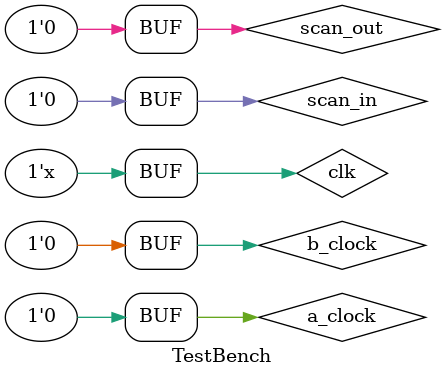
<source format=sv>
`timescale 1ns/1ns
`include "Interface.sv"
`include "Generator.sv"
module TestBench();
bit clk;
bit a_clock;
bit b_clock;
bit scan_in;
bit scan_out;
initial begin 
clk=0;
a_clock=0;
b_clock=0;
scan_in=0;
scan_out=0;
end
always #10 clk=~clk;
Stimuli t_Port1();
Stimuli t_Port2();
Stimuli t_Port3();
Stimuli t_Port4();
GlobalPorts t_globalPorts(clk);
Output t_outputPort1();
Output t_outputPort2();
Output t_outputPort3();
Output t_outputPort4();

TopProgram topProgram(t_globalPorts,
t_Port1,t_Port2,t_Port3,t_Port4,t_outputPort1,t_outputPort2,
t_outputPort3,t_outputPort4);

calc3_top DUT(
.a_clk(clk),
     .b_clk(clk),
        .c_clk(clk),
        .out1_resp(t_outputPort1.outx_resp),
		.out1_tag(t_outputPort1.outx_tag),
		.out1_data(t_outputPort1.outx_data),
		.req1_cmd(t_Port1.reqx_cmd),
		.req1_data(t_Port1.reqx_data),
		.req1_d1(t_Port1.reqx_d1),
		.req1_d2(t_Port1.reqx_d2),
		.req1_r1(t_Port1.reqx_r1),
		.req1_tag(t_Port1.reqx_tag),
		
		.out2_resp(t_outputPort2.outx_resp),
		.out2_tag(t_outputPort2.outx_tag),
		.out2_data(t_outputPort2.outx_data),
		.req2_cmd(t_Port2.reqx_cmd),
		.req2_data(t_Port2.reqx_data),
		.req2_d1(t_Port2.reqx_d1),
		.req2_d2(t_Port2.reqx_d2),
		.req2_r1(t_Port2.reqx_r1),
		.req2_tag(t_Port2.reqx_tag),
		
		.out3_resp(t_outputPort3.outx_resp),
		.out3_tag(t_outputPort3.outx_tag),
		.out3_data(t_outputPort3.outx_data),
		.req3_cmd(t_Port3.reqx_cmd),
		.req3_data(t_Port3.reqx_data),
		.req3_d1(t_Port3.reqx_d1),
		.req3_d2(t_Port3.reqx_d2),
		.req3_r1(t_Port3.reqx_r1),
		.req3_tag(t_Port3.reqx_tag),
		
		.out4_resp(t_outputPort4.outx_resp),
		.out4_tag(t_outputPort4.outx_tag),
		.out4_data(t_outputPort4.outx_data),
		.req4_cmd(t_Port4.reqx_cmd),
		.req4_data(t_Port4.reqx_data),
		.req4_d1(t_Port4.reqx_d1),
		.req4_d2(t_Port4.reqx_d2),
		.req4_r1(t_Port4.reqx_r1),
		.req4_tag(t_Port4.reqx_tag),
		
        
		
        .scan_in(scan_in),
        .scan_out(scan_out),
        .reset(t_globalPorts.reset)

);
endmodule
</source>
